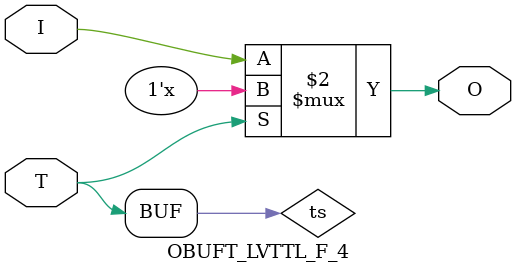
<source format=v>

/*

FUNCTION	: TRI-STATE OUTPUT BUFFER

*/

`celldefine
`timescale  100 ps / 10 ps

module OBUFT_LVTTL_F_4 (O, I, T);

    output O;

    input  I, T;

    or O1 (ts, 1'b0, T);
    bufif0 T1 (O, I, ts);

endmodule

</source>
